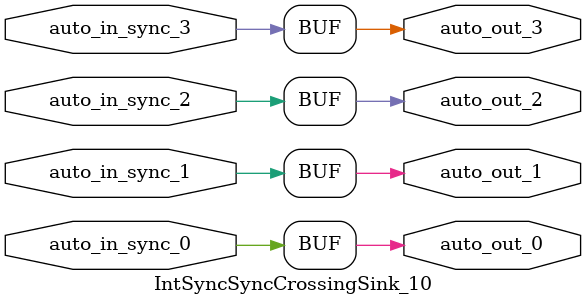
<source format=sv>
`ifndef RANDOMIZE
  `ifdef RANDOMIZE_REG_INIT
    `define RANDOMIZE
  `endif // RANDOMIZE_REG_INIT
`endif // not def RANDOMIZE
`ifndef RANDOMIZE
  `ifdef RANDOMIZE_MEM_INIT
    `define RANDOMIZE
  `endif // RANDOMIZE_MEM_INIT
`endif // not def RANDOMIZE

`ifndef RANDOM
  `define RANDOM $random
`endif // not def RANDOM

// Users can define 'PRINTF_COND' to add an extra gate to prints.
`ifndef PRINTF_COND_
  `ifdef PRINTF_COND
    `define PRINTF_COND_ (`PRINTF_COND)
  `else  // PRINTF_COND
    `define PRINTF_COND_ 1
  `endif // PRINTF_COND
`endif // not def PRINTF_COND_

// Users can define 'ASSERT_VERBOSE_COND' to add an extra gate to assert error printing.
`ifndef ASSERT_VERBOSE_COND_
  `ifdef ASSERT_VERBOSE_COND
    `define ASSERT_VERBOSE_COND_ (`ASSERT_VERBOSE_COND)
  `else  // ASSERT_VERBOSE_COND
    `define ASSERT_VERBOSE_COND_ 1
  `endif // ASSERT_VERBOSE_COND
`endif // not def ASSERT_VERBOSE_COND_

// Users can define 'STOP_COND' to add an extra gate to stop conditions.
`ifndef STOP_COND_
  `ifdef STOP_COND
    `define STOP_COND_ (`STOP_COND)
  `else  // STOP_COND
    `define STOP_COND_ 1
  `endif // STOP_COND
`endif // not def STOP_COND_

// Users can define INIT_RANDOM as general code that gets injected into the
// initializer block for modules with registers.
`ifndef INIT_RANDOM
  `define INIT_RANDOM
`endif // not def INIT_RANDOM

// If using random initialization, you can also define RANDOMIZE_DELAY to
// customize the delay used, otherwise 0.002 is used.
`ifndef RANDOMIZE_DELAY
  `define RANDOMIZE_DELAY 0.002
`endif // not def RANDOMIZE_DELAY

// Define INIT_RANDOM_PROLOG_ for use in our modules below.
`ifndef INIT_RANDOM_PROLOG_
  `ifdef RANDOMIZE
    `ifdef VERILATOR
      `define INIT_RANDOM_PROLOG_ `INIT_RANDOM
    `else  // VERILATOR
      `define INIT_RANDOM_PROLOG_ `INIT_RANDOM #`RANDOMIZE_DELAY begin end
    `endif // VERILATOR
  `else  // RANDOMIZE
    `define INIT_RANDOM_PROLOG_
  `endif // RANDOMIZE
`endif // not def INIT_RANDOM_PROLOG_

module IntSyncSyncCrossingSink_10(
  input  auto_in_sync_0,
         auto_in_sync_1,
         auto_in_sync_2,
         auto_in_sync_3,
  output auto_out_0,
         auto_out_1,
         auto_out_2,
         auto_out_3
);

  assign auto_out_0 = auto_in_sync_0;
  assign auto_out_1 = auto_in_sync_1;
  assign auto_out_2 = auto_in_sync_2;
  assign auto_out_3 = auto_in_sync_3;
endmodule


</source>
